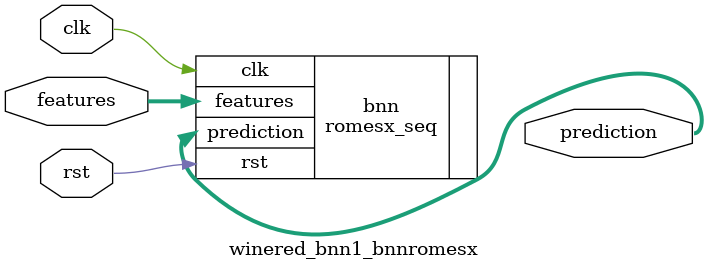
<source format=v>













module winered_bnn1_bnnromesx #(

parameter FEAT_CNT = 11,
parameter HIDDEN_CNT = 40,
parameter FEAT_BITS = 4,
parameter CLASS_CNT = 6,
parameter TEST_CNT = 1000


  ) (
  input clk,
  input rst,
  input [FEAT_CNT*FEAT_BITS-1:0] features,
  output [$clog2(CLASS_CNT)-1:0] prediction
  );

  localparam Weights0 = 440'b11101100111111100100101100110010011011110110111111101101011011000101100010011000011100010100101010010000111110001110100110011010100011010100001101110011000000011110001100111000111000000010110101110111101111111000101110110001010110011111100000101010011100101001111011101110111001010100110111000110111111000101110111100001000000011011111010111001101100001010010111011100011001101010110110010000011110100000101000110010000011100000000110011000 ;
  localparam Weights1 = 240'b101011110101010111101111010101000101111001101110110011111110010011110100100011101000101011111101111001010101001011000101101011100011011000100010000100100000001111000110100000011011100000011101001111010010001011110000001101110000010000111001 ;

  romesx_seq #(.FEAT_CNT(FEAT_CNT),.FEAT_BITS(FEAT_BITS),.HIDDEN_CNT(HIDDEN_CNT),.CLASS_CNT(CLASS_CNT),.Weights0(Weights0),.Weights1(Weights1)) bnn (
    .clk(clk),
    .rst(rst),
    .features(features),
    .prediction(prediction)
  );

endmodule

</source>
